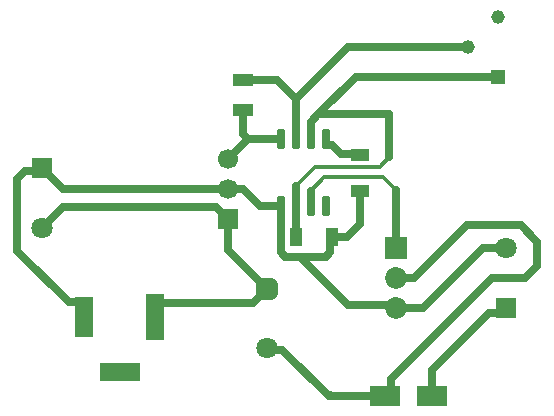
<source format=gbr>
%FSTAX23Y23*%
%MOIN*%
%SFA1B1*%

%IPPOS*%
%AMD34*
4,1,8,-0.010800,-0.032500,0.010800,-0.032500,0.012800,-0.030500,0.012800,0.030500,0.010800,0.032500,-0.010800,0.032500,-0.012800,0.030500,-0.012800,-0.030500,-0.010800,-0.032500,0.0*
1,1,0.003937,-0.010800,-0.030500*
1,1,0.003937,0.010800,-0.030500*
1,1,0.003937,0.010800,0.030500*
1,1,0.003937,-0.010800,0.030500*
%
%AMD38*
4,1,8,0.035400,-0.017700,0.035400,0.017700,0.017700,0.035400,-0.017700,0.035400,-0.035400,0.017700,-0.035400,-0.017700,-0.017700,-0.035400,0.017700,-0.035400,0.035400,-0.017700,0.0*
1,1,0.035433,0.017700,-0.017700*
1,1,0.035433,0.017700,0.017700*
1,1,0.035433,-0.017700,0.017700*
1,1,0.035433,-0.017700,-0.017700*
%
%ADD17R,0.039370X0.062992*%
%ADD18R,0.098425X0.066929*%
%ADD20R,0.062992X0.039370*%
%ADD22C,0.045275*%
%ADD23R,0.045275X0.045275*%
%ADD26C,0.072835*%
%ADD27R,0.072835X0.072835*%
G04~CAMADD=34~8~0.0~0.0~255.9~649.6~19.7~0.0~15~0.0~0.0~0.0~0.0~0~0.0~0.0~0.0~0.0~0~0.0~0.0~0.0~180.0~256.0~650.0*
%ADD34D34*%
%ADD35R,0.066929X0.041339*%
%ADD36C,0.025197*%
%ADD37C,0.014961*%
G04~CAMADD=38~8~0.0~0.0~708.7~708.7~177.2~0.0~15~0.0~0.0~0.0~0.0~0~0.0~0.0~0.0~0.0~0~0.0~0.0~0.0~270.0~708.0~708.0*
%ADD38D38*%
%ADD39C,0.070866*%
%ADD40R,0.070866X0.070866*%
%ADD41C,0.066929*%
%ADD42R,0.066929X0.066929*%
%ADD43R,0.137795X0.059055*%
%ADD44R,0.059055X0.137795*%
%ADD45R,0.059055X0.157480*%
%LNpcb1_copper_signal_top-1*%
%LPD*%
G54D17*
X03299Y03929D03*
X03181D03*
G54D18*
X03476Y034D03*
X03633D03*
G54D20*
X03394Y04085D03*
Y04203D03*
G54D22*
X03853Y04664D03*
X03753Y04564D03*
G54D23*
X03853Y04464D03*
G54D26*
X03512Y03694D03*
Y03794D03*
G54D27*
X03512Y03894D03*
G54D34*
X03279Y04256D03*
X03229D03*
X03179D03*
X03129D03*
X03279Y04033D03*
X03229D03*
X03179D03*
X03129D03*
G54D35*
X03005Y04354D03*
Y04455D03*
G54D36*
X03379Y04464D02*
X03853D01*
X03255Y0434D02*
X03379Y04464D01*
X03255Y0434D02*
X03491D01*
X03823Y03677D02*
X03862D01*
X03633Y03488D02*
X03823Y03677D01*
X03633Y034D02*
Y03488D01*
X03862Y03677D02*
X03879Y03694D01*
X02335Y03959D02*
X02405Y04029D01*
X02914D02*
X02955Y0399D01*
X02405Y04029D02*
X02914D01*
X02955Y03887D02*
Y0399D01*
X03475Y034D02*
X03496Y0342D01*
X03289Y034D02*
X03475D01*
X03496Y0342D02*
Y03456D01*
X03835Y03794D02*
X03944D01*
X03496Y03456D02*
X03835Y03794D01*
X03985Y03835D02*
Y03914D01*
X03944Y03794D02*
X03985Y03835D01*
X03929Y0397D02*
X03985Y03914D01*
X0375Y0397D02*
X03929D01*
X03575Y03794D02*
X0375Y0397D01*
X03512Y03794D02*
X03575D01*
X03512Y03694D02*
X03605D01*
X03805Y03894D02*
X03879D01*
X03605Y03694D02*
X03805Y03894D01*
X03144Y03864D02*
X03194D01*
X03355Y03704D02*
X03503D01*
X03194Y03864D02*
X03355Y03704D01*
X03194Y03864D02*
X0328D01*
X03299Y03929D02*
X0335D01*
X03394Y03974*
Y04078*
X03503Y03704D02*
X03512Y03694D01*
Y03894D02*
Y04087D01*
X03229Y04033D02*
Y04085D01*
X0328Y03864D02*
X03294Y03879D01*
Y03925D02*
X03299Y03929D01*
X03294Y03879D02*
Y03925D01*
X03129Y03879D02*
Y04033D01*
Y03879D02*
X03144Y03864D01*
X03179Y03931D02*
Y04033D01*
Y03931D02*
X03181Y03929D01*
X03179Y04033D02*
Y041D01*
X03491Y04196D02*
Y0434D01*
X03387Y04085D02*
X03394Y04078D01*
X03179Y04391D02*
X03353Y04564D01*
X03753*
X02335Y04159D02*
X02405Y0409D01*
X02955*
X02276Y04151D02*
X02326D01*
X02335Y04159*
X0225Y04125D02*
X02276Y04151D01*
X0225Y03885D02*
Y04125D01*
Y03885D02*
X02422Y03712D01*
X02457*
X02475Y03664D02*
Y03695D01*
X02457Y03712D02*
X02475Y03695D01*
X03038Y03709D02*
X03085Y03756D01*
X02728Y03709D02*
X03038D01*
X02711Y03664D02*
Y03692D01*
X02728Y03709*
X02955Y03887D02*
X03085Y03756D01*
X03289Y034D02*
X03292Y03402D01*
X03089Y03555D02*
X03133D01*
X03085Y03559D02*
X03089Y03555D01*
X03133D02*
X03289Y034D01*
X03229Y04256D02*
Y04314D01*
X03255Y0434*
X033Y04236D02*
X03329Y04207D01*
X0328Y04236D02*
X033D01*
X03279Y04236D02*
Y04256D01*
X03376Y04207D02*
X03379Y04203D01*
X03329Y04207D02*
X03376D01*
X03279Y04236D02*
X0328Y04236D01*
X03179Y04256D02*
Y04391D01*
X03116Y04455D02*
X03179Y04391D01*
X03005Y04455D02*
X03116D01*
X03005Y04272D02*
Y04354D01*
Y04272D02*
X03021Y04256D01*
X03129Y04033D02*
Y04034D01*
X03129Y04035D02*
X03129Y04034D01*
X03059Y04035D02*
X03129D01*
X03005Y04089D02*
X03059Y04035D01*
X02955Y0409D02*
Y04089D01*
X03005*
X03021Y04256D02*
X03129D01*
X02955Y0419D02*
X03021Y04256D01*
G54D37*
X0347Y04129D02*
X03512Y04087D01*
X03274Y04129D02*
X0347D01*
X03229Y04085D02*
X03274Y04129D01*
X03459Y04164D02*
X03491Y04196D01*
X03179Y041D02*
X03244Y04164D01*
X03459*
G54D38*
X03085Y03756D03*
G54D39*
X03085Y03559D03*
X03879Y03894D03*
X02335Y03959D03*
G54D40*
X03879Y03694D03*
X02335Y04159D03*
G54D41*
X02955Y0419D03*
Y0409D03*
G54D42*
X02955Y0399D03*
G54D43*
X02592Y03479D03*
G54D44*
X02475Y03664D03*
G54D45*
X02711Y03664D03*
M02*
</source>
